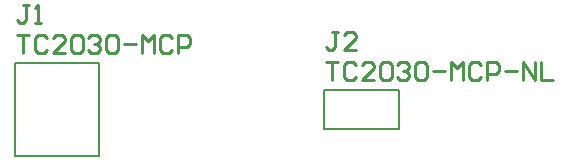
<source format=gto>
%FSLAX24Y24*%
%MOIN*%
G70*
G01*
G75*
%ADD10C,0.0310*%
%ADD11C,0.0340*%
%ADD12C,0.0920*%
%ADD13C,0.0079*%
%ADD14C,0.0100*%
D13*
X103201Y76760D02*
Y78060D01*
X100701D02*
X103201D01*
X100701Y76760D02*
X103201D01*
X100701D02*
Y78060D01*
X90401Y75860D02*
Y78960D01*
Y75860D02*
X93201D01*
X90401Y78960D02*
X93201D01*
Y75860D02*
Y78960D01*
D14*
X100761Y79000D02*
X101161D01*
X100961D01*
Y78400D01*
X101761Y78900D02*
X101661Y79000D01*
X101461D01*
X101361Y78900D01*
Y78500D01*
X101461Y78400D01*
X101661D01*
X101761Y78500D01*
X102361Y78400D02*
X101961D01*
X102361Y78800D01*
Y78900D01*
X102261Y79000D01*
X102061D01*
X101961Y78900D01*
X102561D02*
X102661Y79000D01*
X102861D01*
X102961Y78900D01*
Y78500D01*
X102861Y78400D01*
X102661D01*
X102561Y78500D01*
Y78900D01*
X103160D02*
X103260Y79000D01*
X103460D01*
X103560Y78900D01*
Y78800D01*
X103460Y78700D01*
X103360D01*
X103460D01*
X103560Y78600D01*
Y78500D01*
X103460Y78400D01*
X103260D01*
X103160Y78500D01*
X103760Y78900D02*
X103860Y79000D01*
X104060D01*
X104160Y78900D01*
Y78500D01*
X104060Y78400D01*
X103860D01*
X103760Y78500D01*
Y78900D01*
X104360Y78700D02*
X104760D01*
X104960Y78400D02*
Y79000D01*
X105160Y78800D01*
X105360Y79000D01*
Y78400D01*
X105960Y78900D02*
X105860Y79000D01*
X105660D01*
X105560Y78900D01*
Y78500D01*
X105660Y78400D01*
X105860D01*
X105960Y78500D01*
X106159Y78400D02*
Y79000D01*
X106459D01*
X106559Y78900D01*
Y78700D01*
X106459Y78600D01*
X106159D01*
X106759Y78700D02*
X107159D01*
X107359Y78400D02*
Y79000D01*
X107759Y78400D01*
Y79000D01*
X107959D02*
Y78400D01*
X108359D01*
X101161Y80000D02*
X100961D01*
X101061D01*
Y79500D01*
X100961Y79400D01*
X100861D01*
X100761Y79500D01*
X101761Y79400D02*
X101361D01*
X101761Y79800D01*
Y79900D01*
X101661Y80000D01*
X101461D01*
X101361Y79900D01*
X90461Y79900D02*
X90861D01*
X90661D01*
Y79300D01*
X91461Y79800D02*
X91361Y79900D01*
X91161D01*
X91061Y79800D01*
Y79400D01*
X91161Y79300D01*
X91361D01*
X91461Y79400D01*
X92061Y79300D02*
X91661D01*
X92061Y79700D01*
Y79800D01*
X91961Y79900D01*
X91761D01*
X91661Y79800D01*
X92261D02*
X92361Y79900D01*
X92561D01*
X92661Y79800D01*
Y79400D01*
X92561Y79300D01*
X92361D01*
X92261Y79400D01*
Y79800D01*
X92860D02*
X92960Y79900D01*
X93160D01*
X93260Y79800D01*
Y79700D01*
X93160Y79600D01*
X93060D01*
X93160D01*
X93260Y79500D01*
Y79400D01*
X93160Y79300D01*
X92960D01*
X92860Y79400D01*
X93460Y79800D02*
X93560Y79900D01*
X93760D01*
X93860Y79800D01*
Y79400D01*
X93760Y79300D01*
X93560D01*
X93460Y79400D01*
Y79800D01*
X94060Y79600D02*
X94460D01*
X94660Y79300D02*
Y79900D01*
X94860Y79700D01*
X95060Y79900D01*
Y79300D01*
X95660Y79800D02*
X95560Y79900D01*
X95360D01*
X95260Y79800D01*
Y79400D01*
X95360Y79300D01*
X95560D01*
X95660Y79400D01*
X95859Y79300D02*
Y79900D01*
X96159D01*
X96259Y79800D01*
Y79600D01*
X96159Y79500D01*
X95859D01*
X90861Y80900D02*
X90661D01*
X90761D01*
Y80400D01*
X90661Y80300D01*
X90561D01*
X90461Y80400D01*
X91061Y80300D02*
X91261D01*
X91161D01*
Y80900D01*
X91061Y80800D01*
M02*

</source>
